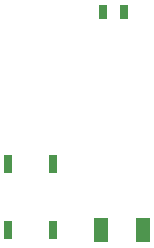
<source format=gbr>
G04 EAGLE Gerber RS-274X export*
G75*
%MOMM*%
%FSLAX34Y34*%
%LPD*%
%INSolderpaste Bottom*%
%IPPOS*%
%AMOC8*
5,1,8,0,0,1.08239X$1,22.5*%
G01*
%ADD10R,1.270000X2.060000*%
%ADD11R,0.800000X1.200000*%
%ADD12R,0.762000X1.524000*%


D10*
X134390Y166370D03*
X99290Y166370D03*
D11*
X100220Y350520D03*
X118220Y350520D03*
D12*
X58420Y166370D03*
X58420Y222250D03*
X20320Y166370D03*
X20320Y222250D03*
M02*

</source>
